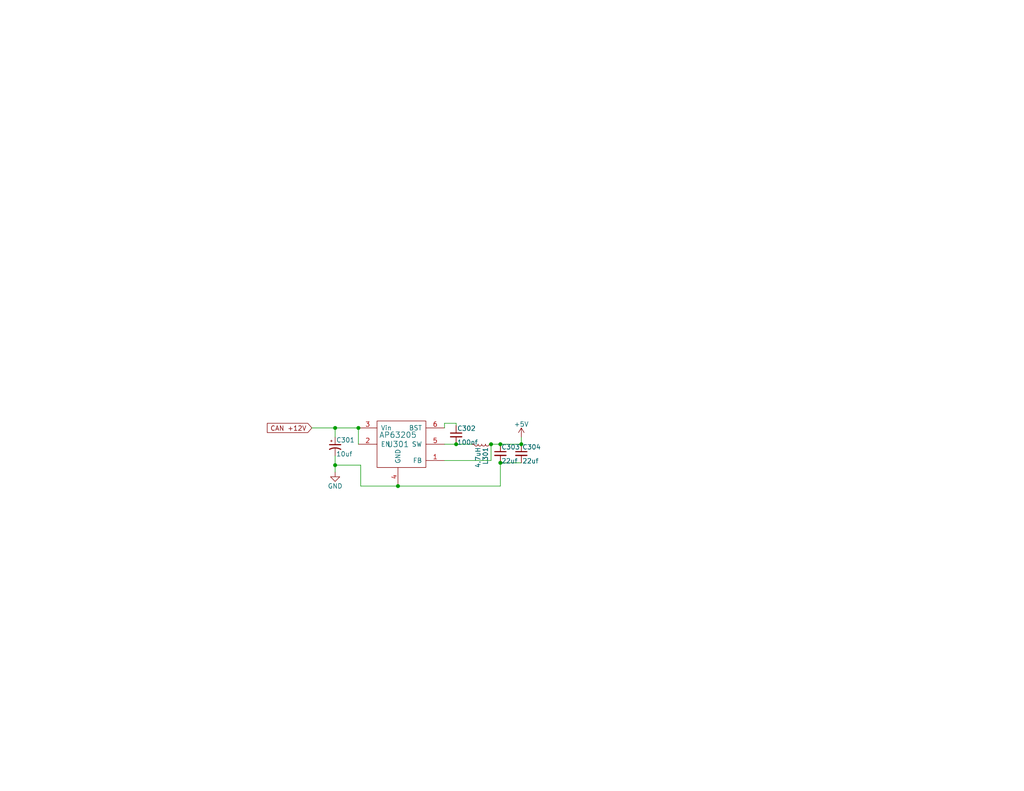
<source format=kicad_sch>
(kicad_sch (version 20211123) (generator eeschema)
  (paper "USLetter")
  (title_block (title "ESP32 S3 Multifunction Board Universal Turnout") (rev "1.0") (company "Deepwoods Software") (comment 1 "Power Supply"))
  (lib_symbols
    (symbol "ESP32-T7S3-MultiFunctionUniversalTurnout-rescue:+5V" (power) (pin_names (offset 0))
      (property "Value" "+5V" (at 0 3.556 0))
      (symbol "+5V_0_1"
        (polyline (pts (xy -0.762 1.27) (xy 0 2.54)))
        (polyline (pts (xy 0 0) (xy 0 2.54)))
        (polyline (pts (xy 0 2.54) (xy 0.762 1.27)))
      )
      (symbol "+5V_1_1"
        (pin power_in line (at 0 0 90) (length 0) hide (name "+5V") (number "1"))
      )
    )
    (symbol "ESP32-T7S3-MultiFunctionUniversalTurnout-rescue:AP63205" (pin_names (offset 1.016))
      (property "Reference" "U" (at 0 0 0))
      (property "Value" "AP63205" (at 0 2.54 0))
      (symbol "AP63205_0_1"
        (rectangle (start -5.715 6.35) (end 7.62 -6.35))
      )
      (symbol "AP63205_1_1"
        (pin unspecified line (at 12.7 -4.445 180) (length 5.08) (name "FB") (number "1"))
        (pin input line (at -10.795 0 0) (length 5.08) (name "EN") (number "2"))
        (pin power_in line (at -10.795 4.445 0) (length 5.08) (name "Vin") (number "3"))
        (pin power_in line (at 0 -11.43 90) (length 5.08) (name "GND") (number "4"))
        (pin unspecified line (at 12.7 0 180) (length 5.08) (name "SW") (number "5"))
        (pin unspecified line (at 12.7 4.445 180) (length 5.08) (name "BST") (number "6"))
      )
    )
    (symbol "ESP32-T7S3-MultiFunctionUniversalTurnout-rescue:CP1_Small" (pin_numbers hide) (pin_names (offset 0.254) hide)
      (property "Reference" "C" (at 0.254 1.778 0))
      (property "Value" "CP1_Small" (at 0.254 -2.032 0))
      (symbol "CP1_Small_0_1"
        (polyline (pts (xy -1.524 0.508) (xy 1.524 0.508)) (stroke (width 0.3048)))
        (polyline (pts (xy -1.27 1.524) (xy -0.762 1.524)))
        (polyline (pts (xy -1.016 1.27) (xy -1.016 1.778)))
        (arc (start 1.524 -0.762) (mid 0 -0.3734) (end -1.524 -0.762) (stroke (width 0.3048)))
      )
      (symbol "CP1_Small_1_1"
        (pin passive line (at 0 2.54 270) (length 2.032) (name "~") (number "1"))
        (pin passive line (at 0 -2.54 90) (length 2.032) (name "~") (number "2"))
      )
    )
    (symbol "ESP32-T7S3-MultiFunctionUniversalTurnout-rescue:C_Small" (pin_numbers hide) (pin_names (offset 0.254) hide)
      (property "Reference" "C" (at 0.254 1.778 0))
      (property "Value" "C_Small" (at 0.254 -2.032 0))
      (symbol "C_Small_0_1"
        (polyline (pts (xy -1.524 -0.508) (xy 1.524 -0.508)) (stroke (width 0.3302)))
        (polyline (pts (xy -1.524 0.508) (xy 1.524 0.508)) (stroke (width 0.3048)))
      )
      (symbol "C_Small_1_1"
        (pin passive line (at 0 2.54 270) (length 2.032) (name "~") (number "1"))
        (pin passive line (at 0 -2.54 90) (length 2.032) (name "~") (number "2"))
      )
    )
    (symbol "ESP32-T7S3-MultiFunctionUniversalTurnout-rescue:GND" (power) (pin_names (offset 0))
      (property "Value" "GND" (at 0 -3.81 0))
      (symbol "GND_0_1"
        (polyline (pts (xy 0 0) (xy 0 -1.27) (xy 1.27 -1.27) (xy 0 -2.54) (xy -1.27 -1.27) (xy 0 -1.27)))
      )
      (symbol "GND_1_1"
        (pin power_in line (at 0 0 270) (length 0) hide (name "GND") (number "1"))
      )
    )
    (symbol "ESP32-T7S3-MultiFunctionUniversalTurnout-rescue:L_Small" (pin_numbers hide) (pin_names (offset 0.254) hide)
      (property "Reference" "L" (at 0.762 1.016 0))
      (property "Value" "L_Small" (at 0.762 -1.016 0))
      (symbol "L_Small_0_1"
        (arc (start 0 -2.032) (mid 0.508 -1.524) (end 0 -1.016))
        (arc (start 0 -1.016) (mid 0.508 -0.508) (end 0 0))
        (arc (start 0 0) (mid 0.508 0.508) (end 0 1.016))
        (arc (start 0 1.016) (mid 0.508 1.524) (end 0 2.032))
      )
      (symbol "L_Small_1_1"
        (pin passive line (at 0 2.54 270) (length 0.508) (name "~") (number "1"))
        (pin passive line (at 0 -2.54 90) (length 0.508) (name "~") (number "2"))
      )
    )
  )
  (junction (at 91.44 116.84))
  (junction (at 108.585 132.715))
  (junction (at 136.525 126.365))
  (junction (at 97.79 116.84))
  (junction (at 124.46 121.285))
  (junction (at 133.985 121.285))
  (junction (at 91.44 127))
  (junction (at 136.525 121.285))
  (junction (at 142.24 121.285))
  (wire (pts (xy 108.585 132.715) (xy 136.525 132.715)))
  (wire (pts (xy 91.44 119.38) (xy 91.44 116.84)))
  (wire (pts (xy 124.46 121.285) (xy 128.905 121.285)))
  (wire (pts (xy 91.44 127) (xy 91.44 128.905)))
  (wire (pts (xy 98.425 127) (xy 91.44 127)))
  (wire (pts (xy 136.525 126.365) (xy 136.525 132.715)))
  (wire (pts (xy 133.985 125.73) (xy 121.285 125.73)))
  (wire (pts (xy 91.44 116.84) (xy 97.79 116.84)))
  (wire (pts (xy 121.285 116.84) (xy 121.285 115.57)))
  (wire (pts (xy 133.985 125.73) (xy 133.985 121.285)))
  (wire (pts (xy 98.425 132.715) (xy 98.425 127)))
  (wire (pts (xy 124.46 115.57) (xy 124.46 116.205)))
  (wire (pts (xy 142.24 121.285) (xy 142.24 119.38)))
  (wire (pts (xy 91.44 124.46) (xy 91.44 127)))
  (wire (pts (xy 85.09 116.84) (xy 91.44 116.84)))
  (wire (pts (xy 133.985 121.285) (xy 136.525 121.285)))
  (wire (pts (xy 136.525 121.285) (xy 142.24 121.285)))
  (wire (pts (xy 121.285 121.285) (xy 124.46 121.285)))
  (wire (pts (xy 97.79 116.84) (xy 97.79 121.285)))
  (wire (pts (xy 98.425 132.715) (xy 108.585 132.715)))
  (wire (pts (xy 142.24 126.365) (xy 136.525 126.365)))
  (wire (pts (xy 121.285 115.57) (xy 124.46 115.57)))
  (global_label "CAN +12V" (shape input) (at 85.09 116.84 180) (property "Intersheet References" "${INTERSHEET_REFS}" (effects hide)))
  (symbol (lib_id "ESP32-T7S3-MultiFunctionUniversalTurnout-rescue:+5V") (at 142.24 119.38 0) (unit 1)
    (property "Reference" "#PWR09" (effects hide))
    (property "Value" "+5V" (at 142.24 115.824 0))
  )
  (symbol (lib_id "ESP32-T7S3-MultiFunctionUniversalTurnout-rescue:AP63205") (at 108.585 121.285 0) (unit 1)
    (property "Reference" "U301" (at 108.585 121.285 0) (effects (font (size 1.524 1.524))))
    (property "Value" "AP63205" (at 108.585 118.745 0) (effects (font (size 1.524 1.524))))
    (property "Footprint" "TO_SOT_Packages_SMD:TSOT-23-6_MK06A" (effects hide))
    (property "Mouser Part Number" "621-AP63205WU-7" (effects hide))
  )
  (symbol (lib_id "ESP32-T7S3-MultiFunctionUniversalTurnout-rescue:CP1_Small") (at 91.44 121.92 0) (unit 1)
    (property "Reference" "C301" (at 91.694 120.142 0) (effects (justify left)))
    (property "Value" "10uf" (at 91.694 123.952 0) (effects (justify left)))
    (property "Footprint" "Capacitors_SMD:CP_Elec_5x5.3" (effects hide))
    (property "Mouser Part Number" "710-865230542002" (effects hide))
  )
  (symbol (lib_id "ESP32-T7S3-MultiFunctionUniversalTurnout-rescue:GND") (at 91.44 128.905 0) (unit 1)
    (property "Reference" "#PWR010" (effects hide))
    (property "Value" "GND" (at 91.44 132.715 0))
  )
  (symbol (lib_id "ESP32-T7S3-MultiFunctionUniversalTurnout-rescue:C_Small") (at 124.46 118.745 0) (unit 1)
    (property "Reference" "C302" (at 124.714 116.967 0) (effects (justify left)))
    (property "Value" "100nf" (at 124.714 120.777 0) (effects (justify left)))
    (property "Footprint" "Capacitors_SMD:C_0603" (effects hide))
    (property "Mouser Part Number" "710-885012206020" (effects hide))
  )
  (symbol (lib_id "ESP32-T7S3-MultiFunctionUniversalTurnout-rescue:L_Small") (at 131.445 121.285 270) (unit 1)
    (property "Reference" "L301" (at 132.461 122.047 0) (effects (justify left)))
    (property "Value" "4.7uH" (at 130.429 122.047 0) (effects (justify left)))
    (property "Footprint" "Inductors_SMD:L_7.3x7.3_H4.5" (effects hide))
    (property "Mouser Part Number" "81-B1047AS-4R7NP3" (effects hide))
  )
  (symbol (lib_id "ESP32-T7S3-MultiFunctionUniversalTurnout-rescue:C_Small") (at 136.525 123.825 0) (unit 1)
    (property "Reference" "C303" (at 136.779 122.047 0) (effects (justify left)))
    (property "Value" "22uf" (at 136.779 125.857 0) (effects (justify left)))
    (property "Footprint" "Capacitors_SMD:C_0603" (effects hide))
    (property "Mouser Part Number" "603-CC0603MRX6S5B226" (effects hide))
  )
  (symbol (lib_id "ESP32-T7S3-MultiFunctionUniversalTurnout-rescue:C_Small") (at 142.24 123.825 0) (unit 1)
    (property "Reference" "C304" (at 142.494 122.047 0) (effects (justify left)))
    (property "Value" "22uf" (at 142.494 125.857 0) (effects (justify left)))
    (property "Footprint" "Capacitors_SMD:C_0603" (effects hide))
    (property "Mouser Part Number" "603-CC0603MRX6S5B226" (effects hide))
  )
)
</source>
